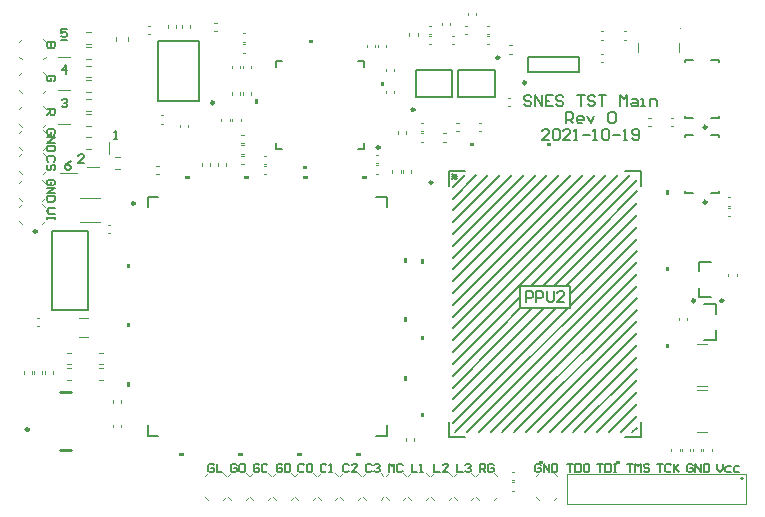
<source format=gto>
G04*
G04 #@! TF.GenerationSoftware,Altium Limited,Altium Designer,21.7.2 (23)*
G04*
G04 Layer_Color=65535*
%FSAX44Y44*%
%MOMM*%
G71*
G04*
G04 #@! TF.SameCoordinates,B5B927FB-FC6E-4532-AB5B-D5DFAA1904DE*
G04*
G04*
G04 #@! TF.FilePolarity,Positive*
G04*
G01*
G75*
%ADD10C,0.2500*%
%ADD11C,0.2000*%
%ADD12C,0.1000*%
%ADD13C,0.2540*%
%ADD14C,0.1500*%
%ADD15C,0.1524*%
%ADD16C,0.0500*%
G36*
X00510478Y00703255D02*
X00507938D01*
Y00699445D01*
X00510478D01*
Y00703255D01*
D02*
G37*
G36*
Y00753255D02*
X00507938D01*
Y00749445D01*
X00510478D01*
Y00753255D01*
D02*
G37*
G36*
Y00803255D02*
X00507938D01*
Y00799445D01*
X00510478D01*
Y00803255D01*
D02*
G37*
G36*
X00555905Y00642828D02*
X00552095D01*
Y00640288D01*
X00555905D01*
Y00642828D01*
D02*
G37*
G36*
X00605905D02*
X00602095D01*
Y00640288D01*
X00605905D01*
Y00642828D01*
D02*
G37*
G36*
X00655905D02*
X00652095D01*
Y00640288D01*
X00655905D01*
Y00642828D01*
D02*
G37*
G36*
X00705905D02*
X00702095D01*
Y00640288D01*
X00705905D01*
Y00642828D01*
D02*
G37*
G36*
X00665405Y00990114D02*
X00661595D01*
Y00992654D01*
X00665405D01*
Y00990114D01*
D02*
G37*
G36*
X00618986Y00938695D02*
X00616446D01*
Y00942505D01*
X00618986D01*
Y00938695D01*
D02*
G37*
G36*
X00660405Y00883546D02*
X00656595D01*
Y00886086D01*
X00660405D01*
Y00883546D01*
D02*
G37*
G36*
X00710905Y00874872D02*
X00707095D01*
Y00877412D01*
X00710905D01*
Y00874872D01*
D02*
G37*
G36*
X00660905D02*
X00657095D01*
Y00877412D01*
X00660905D01*
Y00874872D01*
D02*
G37*
G36*
X00610905D02*
X00607095D01*
Y00877412D01*
X00610905D01*
Y00874872D01*
D02*
G37*
G36*
X00560905D02*
X00557095D01*
Y00877412D01*
X00560905D01*
Y00874872D01*
D02*
G37*
G36*
X00759444Y00677255D02*
X00756904D01*
Y00673445D01*
X00759444D01*
Y00677255D01*
D02*
G37*
G36*
X00742522Y00708255D02*
X00745062D01*
Y00704445D01*
X00742522D01*
Y00708255D01*
D02*
G37*
G36*
X00759444Y00742255D02*
X00756904D01*
Y00738445D01*
X00759444D01*
Y00742255D01*
D02*
G37*
G36*
X00742522Y00758255D02*
X00745062D01*
Y00754445D01*
X00742522D01*
Y00758255D01*
D02*
G37*
G36*
X00856595Y00636293D02*
Y00633753D01*
X00860405D01*
Y00636293D01*
X00856595D01*
D02*
G37*
G36*
X00921595D02*
Y00633753D01*
X00925405D01*
Y00636293D01*
X00921595D01*
D02*
G37*
G36*
X00964056Y00731945D02*
X00966597D01*
Y00735755D01*
X00964056D01*
Y00731945D01*
D02*
G37*
G36*
X00742522Y00808255D02*
X00745062D01*
Y00804445D01*
X00742522D01*
Y00808255D01*
D02*
G37*
G36*
X00759444Y00807255D02*
X00756904D01*
Y00803445D01*
X00759444D01*
Y00807255D01*
D02*
G37*
G36*
X00723014Y00953695D02*
X00725554D01*
Y00957505D01*
X00723014D01*
Y00953695D01*
D02*
G37*
G36*
X00801905Y00902906D02*
Y00905446D01*
X00798095D01*
Y00902906D01*
X00801905D01*
D02*
G37*
G36*
X00964056Y00796945D02*
X00966597D01*
Y00800755D01*
X00964056D01*
Y00796945D01*
D02*
G37*
G36*
Y00861945D02*
X00966597D01*
Y00865755D01*
X00964056D01*
Y00861945D01*
D02*
G37*
G36*
X00866905Y00902906D02*
Y00905446D01*
X00863095D01*
Y00902906D01*
X00866905D01*
D02*
G37*
D10*
X00766466Y00872100D02*
G03*
X00766466Y00872100I-00001250J00000000D01*
G01*
X00988750Y00772100D02*
G03*
X00988750Y00772100I-00001250J00000000D01*
G01*
X01012750Y00772100D02*
G03*
X01012750Y00772100I-00001250J00000000D01*
G01*
X00845500Y00956600D02*
G03*
X00845500Y00956600I-00001250J00000000D01*
G01*
X00751250Y00933850D02*
G03*
X00751250Y00933850I-00001250J00000000D01*
G01*
X00581500Y00939850D02*
G03*
X00581500Y00939850I-00001250J00000000D01*
G01*
X00721750Y00901850D02*
G03*
X00721750Y00901850I-00001250J00000000D01*
G01*
X00431500Y00830850D02*
G03*
X00431500Y00830850I-00001250J00000000D01*
G01*
X00514500Y00854600D02*
G03*
X00514500Y00854600I-00001250J00000000D01*
G01*
X00998500Y00919100D02*
G03*
X00998500Y00919100I-00001250J00000000D01*
G01*
X00823000Y00977850D02*
G03*
X00823000Y00977850I-00001250J00000000D01*
G01*
X00998500Y00855600D02*
G03*
X00998500Y00855600I-00001250J00000000D01*
G01*
D11*
X01029700Y00621650D02*
G03*
X01029700Y00621650I-00001000J00000000D01*
G01*
X00996500Y00769100D02*
X01006500D01*
Y00761100D02*
Y00769100D01*
X00996500Y00739100D02*
X01006500D01*
Y00747100D01*
X00992500Y00775100D02*
X01002500D01*
X00992500D02*
Y00783100D01*
Y00805100D02*
X01002500D01*
X00992500Y00797100D02*
Y00805100D01*
X00890250Y00965600D02*
Y00978600D01*
X00847250Y00965600D02*
Y00978600D01*
X00890250D01*
X00847250Y00965600D02*
X00890250D01*
X00752250Y00944350D02*
X00783250D01*
X00752250Y00967350D02*
X00783250D01*
X00752250Y00944350D02*
Y00967350D01*
X00783250Y00944350D02*
Y00967350D01*
X00534500Y00992100D02*
X00568500D01*
X00534500Y00941100D02*
X00568500D01*
X00534500D02*
Y00992100D01*
X00568500Y00941100D02*
Y00992100D01*
X00444000Y00763850D02*
X00475000D01*
X00444000D02*
Y00830850D01*
X00475000Y00763850D02*
Y00830850D01*
X00444000D02*
X00475000D01*
X01002500Y00976100D02*
X01009250D01*
Y00974350D02*
Y00976100D01*
X00980250D02*
X00987000D01*
X00980250Y00974350D02*
Y00976100D01*
Y00927100D02*
Y00928850D01*
Y00927100D02*
X00987000D01*
X01002500D02*
X01009250D01*
Y00928850D01*
X00788500Y00967350D02*
X00819500D01*
X00788500Y00944350D02*
X00819500D01*
Y00967350D01*
X00788500Y00944350D02*
Y00967350D01*
X01002500Y00912600D02*
X01009250D01*
Y00910850D02*
Y00912600D01*
X00980250D02*
X00987000D01*
X00980250Y00910850D02*
Y00912600D01*
Y00863600D02*
Y00865350D01*
Y00863600D02*
X00987000D01*
X01002500D02*
X01009250D01*
Y00865350D01*
D12*
X01011250Y00660100D02*
G03*
X01011250Y00660100I-00000500J00000000D01*
G01*
Y00699100D02*
G03*
X01011250Y00699100I-00000500J00000000D01*
G01*
X00976750Y01002600D02*
G03*
X00976750Y01002600I-00000500J00000000D01*
G01*
X00793000Y00882100D02*
X00794250D01*
X00631750Y00623600D02*
X00634250Y00626100D01*
X00646750Y00603600D02*
X00649250Y00606100D01*
X00646750Y00626100D02*
X00649250Y00623600D01*
X00631750Y00606100D02*
X00634250Y00603600D01*
X00854000Y00623600D02*
X00856500Y00626100D01*
X00869000Y00603600D02*
X00871500Y00606100D01*
X00869000Y00626100D02*
X00871500Y00623600D01*
X00854000Y00606100D02*
X00856500Y00603600D01*
X00436250Y00874350D02*
X00438750Y00871850D01*
X00416250Y00859350D02*
X00418750Y00856850D01*
X00436250D02*
X00438750Y00859350D01*
X00416250Y00871850D02*
X00418750Y00874350D01*
X00436250Y00854350D02*
X00438750Y00851850D01*
X00416250Y00839350D02*
X00418750Y00836850D01*
X00436250D02*
X00438750Y00839350D01*
X00416250Y00851850D02*
X00418750Y00854350D01*
X00436500Y00916850D02*
X00439000Y00914350D01*
X00416500Y00901850D02*
X00419000Y00899350D01*
X00436500D02*
X00439000Y00901850D01*
X00416500Y00914350D02*
X00419000Y00916850D01*
X00436500Y00993850D02*
X00439000Y00991350D01*
X00416500Y00978850D02*
X00419000Y00976350D01*
X00436500D02*
X00439000Y00978850D01*
X00416500Y00991350D02*
X00419000Y00993850D01*
X00436500Y00965350D02*
X00439000Y00962850D01*
X00416500Y00950350D02*
X00419000Y00947850D01*
X00436500D02*
X00439000Y00950350D01*
X00416500Y00962850D02*
X00419000Y00965350D01*
X00436500Y00936850D02*
X00439000Y00934350D01*
X00416500Y00921850D02*
X00419000Y00919350D01*
X00436500D02*
X00439000Y00921850D01*
X00416500Y00934350D02*
X00419000Y00936850D01*
X00436500Y00896850D02*
X00439000Y00894350D01*
X00416500Y00881850D02*
X00419000Y00879350D01*
X00436500D02*
X00439000Y00881850D01*
X00416500Y00894350D02*
X00419000Y00896850D01*
X00803750Y00623600D02*
X00806250Y00626100D01*
X00818750Y00603600D02*
X00821250Y00606100D01*
X00818750Y00626100D02*
X00821250Y00623600D01*
X00803750Y00606100D02*
X00806250Y00603600D01*
X00707500Y00623600D02*
X00710000Y00626100D01*
X00722500Y00603600D02*
X00725000Y00606100D01*
X00722500Y00626100D02*
X00725000Y00623600D01*
X00707500Y00606100D02*
X00710000Y00603600D01*
X00688250Y00623600D02*
X00690750Y00626100D01*
X00703250Y00603600D02*
X00705750Y00606100D01*
X00703250Y00626100D02*
X00705750Y00623600D01*
X00688250Y00606100D02*
X00690750Y00603600D01*
X00669250Y00623600D02*
X00671750Y00626100D01*
X00684250Y00603600D02*
X00686750Y00606100D01*
X00684250Y00626100D02*
X00686750Y00623600D01*
X00669250Y00606100D02*
X00671750Y00603600D01*
X00650250Y00623600D02*
X00652750Y00626100D01*
X00665250Y00603600D02*
X00667750Y00606100D01*
X00665250Y00626100D02*
X00667750Y00623600D01*
X00650250Y00606100D02*
X00652750Y00603600D01*
X00612250Y00623600D02*
X00614750Y00626100D01*
X00627250Y00603600D02*
X00629750Y00606100D01*
X00627250Y00626100D02*
X00629750Y00623600D01*
X00612250Y00606100D02*
X00614750Y00603600D01*
X00593250Y00623600D02*
X00595750Y00626100D01*
X00608250Y00603600D02*
X00610750Y00606100D01*
X00608250Y00626100D02*
X00610750Y00623600D01*
X00593250Y00606100D02*
X00595750Y00603600D01*
X00574000Y00623600D02*
X00576500Y00626100D01*
X00589000Y00603600D02*
X00591500Y00606100D01*
X00589000Y00626100D02*
X00591500Y00623600D01*
X00574000Y00606100D02*
X00576500Y00603600D01*
X00746000Y00623600D02*
X00748500Y00626100D01*
X00761000Y00603600D02*
X00763500Y00606100D01*
X00761000Y00626100D02*
X00763500Y00623600D01*
X00746000Y00606100D02*
X00748500Y00603600D01*
X00765250Y00623600D02*
X00767750Y00626100D01*
X00780250Y00603600D02*
X00782750Y00606100D01*
X00780250Y00626100D02*
X00782750Y00623600D01*
X00765250Y00606100D02*
X00767750Y00603600D01*
X00784500Y00623600D02*
X00787000Y00626100D01*
X00799500Y00603600D02*
X00802000Y00606100D01*
X00799500Y00626100D02*
X00802000Y00623600D01*
X00784500Y00606100D02*
X00787000Y00603600D01*
X00726750Y00623600D02*
X00729250Y00626100D01*
X00741750Y00603600D02*
X00744250Y00606100D01*
X00741750Y00626100D02*
X00744250Y00623600D01*
X00726750Y00606100D02*
X00729250Y00603600D01*
X01032350Y00599900D02*
Y00625300D01*
X00880200D02*
X01032350D01*
X00880200Y00599900D02*
Y00625300D01*
Y00599900D02*
X01032350D01*
X00990750Y00661100D02*
X00998750D01*
X00990750Y00696100D02*
X00998750D01*
X00467250Y00757350D02*
X00474750D01*
X00467250Y00741350D02*
X00474750D01*
X00468250Y00859100D02*
X00485250D01*
X00468250Y00839100D02*
X00485250D01*
X00450750Y00879850D02*
X00465750D01*
X00449750Y00978850D02*
X00459750D01*
X00449750Y00950350D02*
X00459750D01*
X00449750Y00921850D02*
X00459750D01*
X00474250Y00885350D02*
X00484250D01*
X00492750Y00896350D02*
Y00906350D01*
X00990750Y00700100D02*
X00998750D01*
X00990750Y00735100D02*
X00998750D01*
X00975250Y00982600D02*
Y00990600D01*
X00940250Y00982600D02*
Y00990600D01*
D13*
X00424750Y00663100D02*
G03*
X00424750Y00663100I-00001250J00000000D01*
G01*
X00451000Y00646100D02*
X00460500D01*
X00451000Y00694600D02*
X00460500D01*
D14*
X00883000Y00777850D02*
X00900750Y00795600D01*
X00879875Y00784725D02*
X00900750Y00805600D01*
X00822750Y00737600D02*
X00851000Y00765850D01*
X00869750Y00784600D02*
X00900750Y00815600D01*
X00939750Y00854600D01*
X00900750Y00805600D02*
X00939750Y00844600D01*
X00900750Y00795600D02*
X00939750Y00834600D01*
X00783750Y00698600D02*
X00822750Y00737600D01*
Y00727600D02*
X00860747Y00765597D01*
X00822750Y00717600D02*
X00871000Y00765850D01*
X00783750Y00688600D02*
X00822750Y00727600D01*
X00783750Y00678600D02*
X00822750Y00717600D01*
X00859750Y00784600D02*
X00900750Y00825600D01*
X00939750Y00864600D01*
X00783750Y00708600D02*
X00822750Y00747600D01*
X00850000Y00784850D02*
X00860750Y00795600D01*
X00783750Y00718600D02*
X00822750Y00757600D01*
X00900750Y00835600D02*
X00939750Y00874600D01*
X00860750Y00795600D02*
X00900750Y00835600D01*
X00822750Y00757600D02*
X00834500Y00769350D01*
X00837750Y00772600D01*
X00837755D01*
X00840379Y00775225D01*
X00860750Y00795600D02*
X00860750D01*
X00795750Y00660600D02*
X00939750Y00804600D01*
X00805750Y00660600D02*
X00939750Y00794600D01*
X00815750Y00660600D02*
X00939750Y00784600D01*
X00845750Y00660600D02*
X00939750Y00754600D01*
X00835750Y00660600D02*
X00939750Y00764600D01*
X00825750Y00660600D02*
X00939750Y00774600D01*
X00855750Y00660600D02*
X00939750Y00744600D01*
X00783750Y00728600D02*
X00933750Y00878600D01*
X00783750Y00748600D02*
X00913750Y00878600D01*
X00783750Y00858600D02*
X00803750Y00878600D01*
X00783750Y00868600D02*
X00793750Y00878600D01*
X00780500Y00869600D02*
Y00882100D01*
X00929250D02*
X00943000D01*
Y00869600D02*
Y00882100D01*
X00780500Y00657100D02*
X00794250D01*
X00780500D02*
Y00669600D01*
X00929250Y00657100D02*
X00943000D01*
Y00669600D01*
X00780500Y00882100D02*
X00794250D01*
X00783750Y00828600D02*
X00833750Y00878600D01*
X00783750Y00838600D02*
X00823750Y00878600D01*
X00783750Y00848600D02*
X00813750Y00878600D01*
X00783750Y00818600D02*
X00843750Y00878600D01*
X00783750Y00808600D02*
X00853750Y00878600D01*
X00783750Y00778600D02*
X00883750Y00878600D01*
X00783750Y00788600D02*
X00873750Y00878600D01*
X00783750Y00798600D02*
X00863750Y00878600D01*
X00783750Y00768600D02*
X00893750Y00878600D01*
X00783750Y00758600D02*
X00903750Y00878600D01*
X00783750Y00738600D02*
X00923750Y00878600D01*
X00785750Y00660600D02*
X00939750Y00814600D01*
X00865750Y00660600D02*
X00939750Y00734600D01*
X00875750Y00660600D02*
X00939750Y00724600D01*
X00885750Y00660600D02*
X00939750Y00714600D01*
X00915750Y00660600D02*
X00939750Y00684600D01*
X00905750Y00660600D02*
X00939750Y00694600D01*
X00925750Y00660600D02*
X00939750Y00674600D01*
X00935750Y00660600D02*
X00939750Y00664600D01*
X00895750Y00660600D02*
X00939750Y00704600D01*
X00900750Y00785600D02*
X00939750Y00824600D01*
X00783750Y00668600D02*
X00822750Y00707600D01*
X00862750Y00747600D01*
X00862750D01*
X00881000Y00765850D01*
X00883000Y00767850D02*
X00900750Y00785600D01*
X00822750Y00747600D02*
X00841000Y00765850D01*
X00840500D02*
Y00784601D01*
X00883001Y00765850D02*
Y00784601D01*
X00840500D02*
X00883001D01*
X00840500Y00765850D02*
X00883001D01*
X00451875Y00992600D02*
X00457125D01*
X00845255Y00771100D02*
Y00780097D01*
X00849754D01*
X00851253Y00778597D01*
Y00775598D01*
X00849754Y00774099D01*
X00845255D01*
X00854252Y00771100D02*
Y00780097D01*
X00858751D01*
X00860250Y00778597D01*
Y00775598D01*
X00858751Y00774099D01*
X00854252D01*
X00863249Y00780097D02*
Y00772599D01*
X00864749Y00771100D01*
X00867748D01*
X00869247Y00772599D01*
Y00780097D01*
X00878244Y00771100D02*
X00872246D01*
X00878244Y00777098D01*
Y00778597D01*
X00876745Y00780097D01*
X00873746D01*
X00872246Y00778597D01*
X00782917Y00879765D02*
X00787583Y00875100D01*
X00782917D02*
X00787583Y00879765D01*
X00782917Y00877432D02*
X00787583D01*
X00785250Y00875100D02*
Y00879765D01*
X00850266Y00944390D02*
X00848767Y00945890D01*
X00845768D01*
X00844268Y00944390D01*
Y00942891D01*
X00845768Y00941391D01*
X00848767D01*
X00850266Y00939892D01*
Y00938392D01*
X00848767Y00936893D01*
X00845768D01*
X00844268Y00938392D01*
X00853265Y00936893D02*
Y00945890D01*
X00859263Y00936893D01*
Y00945890D01*
X00868260D02*
X00862262D01*
Y00936893D01*
X00868260D01*
X00862262Y00941391D02*
X00865261D01*
X00877258Y00944390D02*
X00875758Y00945890D01*
X00872759D01*
X00871260Y00944390D01*
Y00942891D01*
X00872759Y00941391D01*
X00875758D01*
X00877258Y00939892D01*
Y00938392D01*
X00875758Y00936893D01*
X00872759D01*
X00871260Y00938392D01*
X00889254Y00945890D02*
X00895252D01*
X00892253D01*
Y00936893D01*
X00904249Y00944390D02*
X00902749Y00945890D01*
X00899750D01*
X00898251Y00944390D01*
Y00942891D01*
X00899750Y00941391D01*
X00902749D01*
X00904249Y00939892D01*
Y00938392D01*
X00902749Y00936893D01*
X00899750D01*
X00898251Y00938392D01*
X00907248Y00945890D02*
X00913246D01*
X00910247D01*
Y00936893D01*
X00925242D02*
Y00945890D01*
X00928241Y00942891D01*
X00931240Y00945890D01*
Y00936893D01*
X00935739Y00942891D02*
X00938738D01*
X00940237Y00941391D01*
Y00936893D01*
X00935739D01*
X00934239Y00938392D01*
X00935739Y00939892D01*
X00940237D01*
X00943236Y00936893D02*
X00946235D01*
X00944736D01*
Y00942891D01*
X00943236D01*
X00950734Y00936893D02*
Y00942891D01*
X00955232D01*
X00956732Y00941391D01*
Y00936893D01*
X00879507Y00922496D02*
Y00931494D01*
X00884005D01*
X00885505Y00929994D01*
Y00926995D01*
X00884005Y00925495D01*
X00879507D01*
X00882506D02*
X00885505Y00922496D01*
X00893002D02*
X00890003D01*
X00888504Y00923996D01*
Y00926995D01*
X00890003Y00928494D01*
X00893002D01*
X00894502Y00926995D01*
Y00925495D01*
X00888504D01*
X00897501Y00928494D02*
X00900500Y00922496D01*
X00903499Y00928494D01*
X00915495Y00929994D02*
X00916995Y00931494D01*
X00919994D01*
X00921493Y00929994D01*
Y00923996D01*
X00919994Y00922496D01*
X00916995D01*
X00915495Y00923996D01*
Y00929994D01*
X00865261Y00908100D02*
X00859263D01*
X00865261Y00914098D01*
Y00915598D01*
X00863762Y00917097D01*
X00860763D01*
X00859263Y00915598D01*
X00868260D02*
X00869760Y00917097D01*
X00872759D01*
X00874258Y00915598D01*
Y00909600D01*
X00872759Y00908100D01*
X00869760D01*
X00868260Y00909600D01*
Y00915598D01*
X00883256Y00908100D02*
X00877258D01*
X00883256Y00914098D01*
Y00915598D01*
X00881756Y00917097D01*
X00878757D01*
X00877258Y00915598D01*
X00886255Y00908100D02*
X00889254D01*
X00887754D01*
Y00917097D01*
X00886255Y00915598D01*
X00893752Y00912598D02*
X00899750D01*
X00902749Y00908100D02*
X00905748D01*
X00904249D01*
Y00917097D01*
X00902749Y00915598D01*
X00910247D02*
X00911746Y00917097D01*
X00914745D01*
X00916245Y00915598D01*
Y00909600D01*
X00914745Y00908100D01*
X00911746D01*
X00910247Y00909600D01*
Y00915598D01*
X00919244Y00912598D02*
X00925242D01*
X00928241Y00908100D02*
X00931240D01*
X00929741D01*
Y00917097D01*
X00928241Y00915598D01*
X00935739Y00909600D02*
X00937238Y00908100D01*
X00940237D01*
X00941737Y00909600D01*
Y00915598D01*
X00940237Y00917097D01*
X00937238D01*
X00935739Y00915598D01*
Y00914098D01*
X00937238Y00912598D01*
X00941737D01*
X00497000Y00908850D02*
X00499333D01*
X00498166D01*
Y00915848D01*
X00497000Y00914681D01*
X00445831Y00912685D02*
X00446998Y00913851D01*
Y00916184D01*
X00445831Y00917350D01*
X00441166D01*
X00440000Y00916184D01*
Y00913851D01*
X00441166Y00912685D01*
X00443499D01*
Y00915017D01*
X00440000Y00910352D02*
X00446998D01*
X00440000Y00905687D01*
X00446998D01*
Y00903355D02*
X00440000D01*
Y00899856D01*
X00441166Y00898689D01*
X00445831D01*
X00446998Y00899856D01*
Y00903355D01*
X00445831Y00957935D02*
X00446998Y00959101D01*
Y00961434D01*
X00445831Y00962600D01*
X00441166D01*
X00440000Y00961434D01*
Y00959101D01*
X00441166Y00957935D01*
X00443499D01*
Y00960267D01*
X00456857Y01002348D02*
X00452192D01*
Y00998849D01*
X00454524Y01000015D01*
X00455690D01*
X00456857Y00998849D01*
Y00996516D01*
X00455690Y00995350D01*
X00453358D01*
X00452192Y00996516D01*
X00446998Y00991100D02*
X00440000D01*
Y00987601D01*
X00441166Y00986435D01*
X00442333D01*
X00443499Y00987601D01*
Y00991100D01*
Y00987601D01*
X00444665Y00986435D01*
X00445831D01*
X00446998Y00987601D01*
Y00991100D01*
X00858165Y00632931D02*
X00856999Y00634098D01*
X00854666D01*
X00853500Y00632931D01*
Y00628266D01*
X00854666Y00627100D01*
X00856999D01*
X00858165Y00628266D01*
Y00630599D01*
X00855833D01*
X00860498Y00627100D02*
Y00634098D01*
X00865163Y00627100D01*
Y00634098D01*
X00867495D02*
Y00627100D01*
X00870994D01*
X00872161Y00628266D01*
Y00632931D01*
X00870994Y00634098D01*
X00867495D01*
X00639165Y00632931D02*
X00637999Y00634098D01*
X00635666D01*
X00634500Y00632931D01*
Y00628266D01*
X00635666Y00627100D01*
X00637999D01*
X00639165Y00628266D01*
Y00630599D01*
X00636833D01*
X00641498Y00634098D02*
Y00627100D01*
X00644997D01*
X00646163Y00628266D01*
Y00632931D01*
X00644997Y00634098D01*
X00641498D01*
X00729500Y00627100D02*
Y00634098D01*
X00731833Y00631765D01*
X00734165Y00634098D01*
Y00627100D01*
X00741163Y00632931D02*
X00739997Y00634098D01*
X00737664D01*
X00736498Y00632931D01*
Y00628266D01*
X00737664Y00627100D01*
X00739997D01*
X00741163Y00628266D01*
X00657665Y00632931D02*
X00656499Y00634098D01*
X00654166D01*
X00653000Y00632931D01*
Y00628266D01*
X00654166Y00627100D01*
X00656499D01*
X00657665Y00628266D01*
X00659998Y00632931D02*
X00661164Y00634098D01*
X00663497D01*
X00664663Y00632931D01*
Y00628266D01*
X00663497Y00627100D01*
X00661164D01*
X00659998Y00628266D01*
Y00632931D01*
X00676665D02*
X00675499Y00634098D01*
X00673166D01*
X00672000Y00632931D01*
Y00628266D01*
X00673166Y00627100D01*
X00675499D01*
X00676665Y00628266D01*
X00678998Y00627100D02*
X00681330D01*
X00680164D01*
Y00634098D01*
X00678998Y00632931D01*
X00695665D02*
X00694499Y00634098D01*
X00692166D01*
X00691000Y00632931D01*
Y00628266D01*
X00692166Y00627100D01*
X00694499D01*
X00695665Y00628266D01*
X00702663Y00627100D02*
X00697998D01*
X00702663Y00631765D01*
Y00632931D01*
X00701497Y00634098D01*
X00699164D01*
X00697998Y00632931D01*
X00714915D02*
X00713749Y00634098D01*
X00711416D01*
X00710250Y00632931D01*
Y00628266D01*
X00711416Y00627100D01*
X00713749D01*
X00714915Y00628266D01*
X00717248Y00632931D02*
X00718414Y00634098D01*
X00720747D01*
X00721913Y00632931D01*
Y00631765D01*
X00720747Y00630599D01*
X00719581D01*
X00720747D01*
X00721913Y00629433D01*
Y00628266D01*
X00720747Y00627100D01*
X00718414D01*
X00717248Y00628266D01*
X00460232Y00890098D02*
X00457899Y00888931D01*
X00455566Y00886599D01*
Y00884266D01*
X00456733Y00883100D01*
X00459065D01*
X00460232Y00884266D01*
Y00885433D01*
X00459065Y00886599D01*
X00455566D01*
X00471415Y00889100D02*
X00466750D01*
X00471415Y00893765D01*
Y00894931D01*
X00470249Y00896098D01*
X00467916D01*
X00466750Y00894931D01*
X00452500Y00941681D02*
X00453666Y00942848D01*
X00455999D01*
X00457165Y00941681D01*
Y00940515D01*
X00455999Y00939349D01*
X00454833D01*
X00455999D01*
X00457165Y00938182D01*
Y00937016D01*
X00455999Y00935850D01*
X00453666D01*
X00452500Y00937016D01*
X00455999Y00964350D02*
Y00971348D01*
X00452500Y00967849D01*
X00457165D01*
X00905900Y00634098D02*
X00910565D01*
X00908233D01*
Y00627100D01*
X00912898Y00634098D02*
Y00627100D01*
X00916397D01*
X00917563Y00628266D01*
Y00632931D01*
X00916397Y00634098D01*
X00912898D01*
X00919895D02*
X00922228D01*
X00921062D01*
Y00627100D01*
X00919895D01*
X00922228D01*
X01007500Y00634098D02*
Y00629433D01*
X01009833Y00627100D01*
X01012165Y00629433D01*
Y00634098D01*
X01019163Y00631765D02*
X01015664D01*
X01014498Y00630599D01*
Y00628266D01*
X01015664Y00627100D01*
X01019163D01*
X01026161Y00631765D02*
X01022662D01*
X01021496Y00630599D01*
Y00628266D01*
X01022662Y00627100D01*
X01026161D01*
X00986765Y00632931D02*
X00985599Y00634098D01*
X00983266D01*
X00982100Y00632931D01*
Y00628266D01*
X00983266Y00627100D01*
X00985599D01*
X00986765Y00628266D01*
Y00630599D01*
X00984433D01*
X00989098Y00627100D02*
Y00634098D01*
X00993763Y00627100D01*
Y00634098D01*
X00996096D02*
Y00627100D01*
X00999594D01*
X01000761Y00628266D01*
Y00632931D01*
X00999594Y00634098D01*
X00996096D01*
X00956700D02*
X00961365D01*
X00959033D01*
Y00627100D01*
X00968363Y00632931D02*
X00967197Y00634098D01*
X00964864D01*
X00963698Y00632931D01*
Y00628266D01*
X00964864Y00627100D01*
X00967197D01*
X00968363Y00628266D01*
X00970695Y00634098D02*
Y00627100D01*
Y00629433D01*
X00975361Y00634098D01*
X00971862Y00630599D01*
X00975361Y00627100D01*
X00931300Y00634098D02*
X00935965D01*
X00933633D01*
Y00627100D01*
X00938298D02*
Y00634098D01*
X00940630Y00631765D01*
X00942963Y00634098D01*
Y00627100D01*
X00949961Y00632931D02*
X00948794Y00634098D01*
X00946462D01*
X00945295Y00632931D01*
Y00631765D01*
X00946462Y00630599D01*
X00948794D01*
X00949961Y00629433D01*
Y00628266D01*
X00948794Y00627100D01*
X00946462D01*
X00945295Y00628266D01*
X00880500Y00634098D02*
X00885165D01*
X00882833D01*
Y00627100D01*
X00887498Y00634098D02*
Y00627100D01*
X00890997D01*
X00892163Y00628266D01*
Y00632931D01*
X00890997Y00634098D01*
X00887498D01*
X00897994D02*
X00895662D01*
X00894495Y00632931D01*
Y00628266D01*
X00895662Y00627100D01*
X00897994D01*
X00899161Y00628266D01*
Y00632931D01*
X00897994Y00634098D01*
X00440000Y00934100D02*
X00446998D01*
Y00930601D01*
X00445831Y00929435D01*
X00443499D01*
X00442333Y00930601D01*
Y00934100D01*
Y00931767D02*
X00440000Y00929435D01*
X00445831Y00889685D02*
X00446998Y00890851D01*
Y00893184D01*
X00445831Y00894350D01*
X00441166D01*
X00440000Y00893184D01*
Y00890851D01*
X00441166Y00889685D01*
X00445831Y00882687D02*
X00446998Y00883853D01*
Y00886186D01*
X00445831Y00887352D01*
X00444665D01*
X00443499Y00886186D01*
Y00883853D01*
X00442333Y00882687D01*
X00441166D01*
X00440000Y00883853D01*
Y00886186D01*
X00441166Y00887352D01*
X00445581Y00869935D02*
X00446748Y00871101D01*
Y00873434D01*
X00445581Y00874600D01*
X00440916D01*
X00439750Y00873434D01*
Y00871101D01*
X00440916Y00869935D01*
X00443249D01*
Y00872267D01*
X00439750Y00867602D02*
X00446748D01*
X00439750Y00862937D01*
X00446748D01*
Y00860604D02*
X00439750D01*
Y00857106D01*
X00440916Y00855939D01*
X00445581D01*
X00446748Y00857106D01*
Y00860604D01*
X00446748Y00850350D02*
X00442083D01*
X00439750Y00848017D01*
X00442083Y00845685D01*
X00446748D01*
Y00843352D02*
Y00841020D01*
Y00842186D01*
X00439750D01*
Y00843352D01*
Y00841020D01*
X00581415Y00632931D02*
X00580249Y00634098D01*
X00577916D01*
X00576750Y00632931D01*
Y00628266D01*
X00577916Y00627100D01*
X00580249D01*
X00581415Y00628266D01*
Y00630599D01*
X00579083D01*
X00583748Y00634098D02*
Y00627100D01*
X00588413D01*
X00600665Y00632931D02*
X00599499Y00634098D01*
X00597166D01*
X00596000Y00632931D01*
Y00628266D01*
X00597166Y00627100D01*
X00599499D01*
X00600665Y00628266D01*
Y00630599D01*
X00598333D01*
X00606497Y00634098D02*
X00604164D01*
X00602998Y00632931D01*
Y00628266D01*
X00604164Y00627100D01*
X00606497D01*
X00607663Y00628266D01*
Y00632931D01*
X00606497Y00634098D01*
X00619665Y00632931D02*
X00618499Y00634098D01*
X00616166D01*
X00615000Y00632931D01*
Y00628266D01*
X00616166Y00627100D01*
X00618499D01*
X00619665Y00628266D01*
Y00630599D01*
X00617333D01*
X00626663Y00632931D02*
X00625497Y00634098D01*
X00623164D01*
X00621998Y00632931D01*
Y00628266D01*
X00623164Y00627100D01*
X00625497D01*
X00626663Y00628266D01*
X00806500Y00627100D02*
Y00634098D01*
X00809999D01*
X00811165Y00632931D01*
Y00630599D01*
X00809999Y00629433D01*
X00806500D01*
X00808833D02*
X00811165Y00627100D01*
X00818163Y00632931D02*
X00816997Y00634098D01*
X00814664D01*
X00813498Y00632931D01*
Y00628266D01*
X00814664Y00627100D01*
X00816997D01*
X00818163Y00628266D01*
Y00630599D01*
X00815830D01*
X00787250Y00634098D02*
Y00627100D01*
X00791915D01*
X00794248Y00632931D02*
X00795414Y00634098D01*
X00797747D01*
X00798913Y00632931D01*
Y00631765D01*
X00797747Y00630599D01*
X00796580D01*
X00797747D01*
X00798913Y00629433D01*
Y00628266D01*
X00797747Y00627100D01*
X00795414D01*
X00794248Y00628266D01*
X00768000Y00634098D02*
Y00627100D01*
X00772665D01*
X00779663D02*
X00774998D01*
X00779663Y00631765D01*
Y00632931D01*
X00778497Y00634098D01*
X00776164D01*
X00774998Y00632931D01*
X00748750Y00634098D02*
Y00627100D01*
X00753415D01*
X00755748D02*
X00758080D01*
X00756914D01*
Y00634098D01*
X00755748Y00632931D01*
D15*
X00633789Y00900889D02*
Y00905876D01*
Y00900889D02*
X00638775D01*
X00633789Y00970324D02*
Y00975311D01*
X00638775D01*
X00703224Y00900889D02*
X00708211D01*
Y00905876D01*
X00703224Y00975311D02*
X00708211D01*
Y00970324D02*
Y00975311D01*
X00525281Y00657631D02*
Y00666626D01*
Y00657631D02*
X00534276D01*
X00525281Y00851074D02*
Y00860069D01*
X00534276D01*
X00718724Y00657631D02*
X00727719D01*
Y00666626D01*
X00718724Y00860069D02*
X00727719D01*
Y00851074D02*
Y00860069D01*
D16*
X00473250Y00900850D02*
X00477250D01*
X00473250Y00910850D02*
X00477250D01*
X00498500Y00991600D02*
Y00995600D01*
X00508500Y00991600D02*
Y00995600D01*
X00436250Y00710350D02*
Y00712350D01*
X00429250Y00710350D02*
Y00712350D01*
X00739500Y00880350D02*
Y00882350D01*
X00732500Y00880350D02*
Y00882350D01*
X00748500Y00880350D02*
Y00882350D01*
X00741500Y00880350D02*
Y00882350D01*
X00928250Y00993100D02*
X00930250D01*
X00928250Y01000100D02*
X00930250D01*
X00445250Y00710350D02*
Y00712350D01*
X00438250Y00710350D02*
Y00712350D01*
X00718500Y00879600D02*
X00720500D01*
X00718500Y00886600D02*
X00720500D01*
X00623500Y00879100D02*
X00625500D01*
X00623500Y00886100D02*
X00625500D01*
X01016500Y00843850D02*
X01018500D01*
X01016500Y00850850D02*
X01018500D01*
X00830000Y00936600D02*
X00832000D01*
X00830000Y00943600D02*
X00832000D01*
X00604750Y00896600D02*
X00606750D01*
X00604750Y00903600D02*
X00606750D01*
X00604750Y00905350D02*
X00606750D01*
X00604750Y00912350D02*
X00606750D01*
X00605750Y00991350D02*
X00607750D01*
X00605750Y00998350D02*
X00607750D01*
X00605750Y00982100D02*
X00607750D01*
X00605750Y00989100D02*
X00607750D01*
X00491500Y00829100D02*
X00493500D01*
X00491500Y00836100D02*
X00493500D01*
X00718500Y00888350D02*
X00720500D01*
X00718500Y00895350D02*
X00720500D01*
X01016500Y00852600D02*
X01018500D01*
X01016500Y00859600D02*
X01018500D01*
X00968250Y00920100D02*
X00970250D01*
X00968250Y00927100D02*
X00970250D01*
X00786750Y00915600D02*
X00788750D01*
X00786750Y00922600D02*
X00788750D01*
X00812500Y00989100D02*
X00814500D01*
X00812500Y00996100D02*
X00814500D01*
X00782750Y00989100D02*
X00784750D01*
X00782750Y00996100D02*
X00784750D01*
X00763250Y00997850D02*
X00765250D01*
X00763250Y01004850D02*
X00765250D01*
X00763250Y00989100D02*
X00765250D01*
X00763250Y00996100D02*
X00765250D01*
X00775750Y00906850D02*
X00777750D01*
X00775750Y00913850D02*
X00777750D01*
X00456750Y00704850D02*
X00460750D01*
X00456750Y00714850D02*
X00460750D01*
X00456750Y00718100D02*
X00460750D01*
X00456750Y00728100D02*
X00460750D01*
X00483750Y00704850D02*
X00487750D01*
X00483750Y00714850D02*
X00487750D01*
X00483750Y00718100D02*
X00487750D01*
X00483750Y00728100D02*
X00487750D01*
X00604750Y00887850D02*
X00606750D01*
X00604750Y00894850D02*
X00606750D01*
X00536250Y00929100D02*
X00538250D01*
X00536250Y00922100D02*
X00538250D01*
X01024000Y00793100D02*
Y00795100D01*
X01017000Y00793100D02*
Y00795100D01*
X00774637Y01005640D02*
Y01007640D01*
X00781637Y01005640D02*
Y01007640D01*
X00909250Y01000100D02*
X00911250D01*
X00909250Y00993100D02*
X00911250D01*
X00909250Y00973850D02*
X00911250D01*
X00909250Y00980850D02*
X00911250D01*
X00532750Y00886350D02*
X00534750D01*
X00532750Y00879350D02*
X00534750D01*
X00805500Y00915600D02*
X00807500D01*
X00805500Y00922600D02*
X00807500D01*
X00473250Y00930100D02*
X00477250D01*
X00473250Y00920100D02*
X00477250D01*
X00473250Y00942600D02*
X00477250D01*
X00473250Y00932600D02*
X00477250D01*
X00473250Y00958600D02*
X00477250D01*
X00473250Y00948600D02*
X00477250D01*
X00473250Y00971100D02*
X00477250D01*
X00473250Y00961100D02*
X00477250D01*
X00473250Y00987100D02*
X00477250D01*
X00473250Y00977100D02*
X00477250D01*
X00473250Y00999600D02*
X00477250D01*
X00473250Y00989600D02*
X00477250D01*
X00803750Y01014100D02*
Y01016100D01*
X00796750Y01014100D02*
Y01016100D01*
X00833750Y00611350D02*
X00835750D01*
X00833750Y00618350D02*
X00835750D01*
X00833750Y00620100D02*
X00835750D01*
X00833750Y00627100D02*
X00835750D01*
X00982000Y00755350D02*
Y00757350D01*
X00975000Y00755350D02*
Y00757350D01*
X00587750Y00924100D02*
Y00926100D01*
X00594750Y00924100D02*
Y00926100D01*
X00597000Y00924100D02*
Y00926100D01*
X00604000Y00924100D02*
Y00926100D01*
X00603750Y00946600D02*
Y00948600D01*
X00596750Y00946600D02*
Y00948600D01*
X00613250Y00946600D02*
Y00948600D01*
X00606250Y00946600D02*
Y00948600D01*
X00603750Y00968850D02*
Y00970850D01*
X00596750Y00968850D02*
Y00970850D01*
X00613250Y00968850D02*
Y00970850D01*
X00606250Y00968850D02*
Y00970850D01*
X00591969Y00886459D02*
Y00888459D01*
X00584969Y00886459D02*
Y00888459D01*
X00968750Y00644850D02*
Y00646850D01*
X00975750Y00644850D02*
Y00646850D01*
X00754000Y00996600D02*
Y00998600D01*
X00747000Y00996600D02*
Y00998600D01*
X00756750Y00915600D02*
X00758750D01*
X00756750Y00922600D02*
X00758750D01*
X00756750Y00906850D02*
X00758750D01*
X00756750Y00913850D02*
X00758750D01*
X00581750Y01000100D02*
X00583750D01*
X00581750Y01007100D02*
X00583750D01*
X00561000Y01003350D02*
Y01005350D01*
X00554000Y01003350D02*
Y01005350D01*
X00552750Y00919100D02*
Y00921100D01*
X00559750Y00919100D02*
Y00921100D01*
X00744250Y00913600D02*
Y00915600D01*
X00737250Y00913600D02*
Y00915600D01*
X00542500Y01003350D02*
Y01005350D01*
X00549500Y01003350D02*
Y01005350D01*
X00497750Y00883350D02*
X00501750D01*
X00497750Y00893350D02*
X00501750D01*
X00525250Y00997850D02*
X00527250D01*
X00525250Y01004850D02*
X00527250D01*
X00727000Y00986600D02*
Y00988600D01*
X00720000Y00986600D02*
Y00988600D01*
X00718000Y00986600D02*
Y00988600D01*
X00711000Y00986600D02*
Y00988600D01*
X00831500Y00981350D02*
X00833500D01*
X00831500Y00988350D02*
X00833500D01*
X00949250Y00920100D02*
X00951250D01*
X00949250Y00927100D02*
X00951250D01*
X00420250Y00710350D02*
Y00712350D01*
X00427250Y00710350D02*
Y00712350D01*
X00496000Y00685850D02*
Y00687850D01*
X00503000Y00685850D02*
Y00687850D01*
X00751250Y00653600D02*
Y00655600D01*
X00744250Y00653600D02*
Y00655600D01*
X00503000Y00664850D02*
Y00666850D01*
X00496000Y00664850D02*
Y00666850D01*
X00727240Y00966520D02*
Y00968520D01*
X00734240Y00966520D02*
Y00968520D01*
X00623500Y00894850D02*
X00625500D01*
X00623500Y00887850D02*
X00625500D01*
X00727250Y00947850D02*
Y00949850D01*
X00734250Y00947850D02*
Y00949850D01*
X00812500Y01004850D02*
X00814500D01*
X00812500Y00997850D02*
X00814500D01*
X00793750Y01004850D02*
X00795750D01*
X00793750Y00997850D02*
X00795750D01*
X00571250Y00886350D02*
Y00888350D01*
X00578250Y00886350D02*
Y00888350D01*
X01002750Y00644850D02*
Y00646850D01*
X00995750Y00644850D02*
Y00646850D01*
X00986750Y00644850D02*
Y00646850D01*
X00993750Y00644850D02*
Y00646850D01*
X00977750Y00644850D02*
Y00646850D01*
X00984750Y00644850D02*
Y00646850D01*
X00431750Y00757600D02*
X00433750D01*
X00431750Y00750600D02*
X00433750D01*
M02*

</source>
